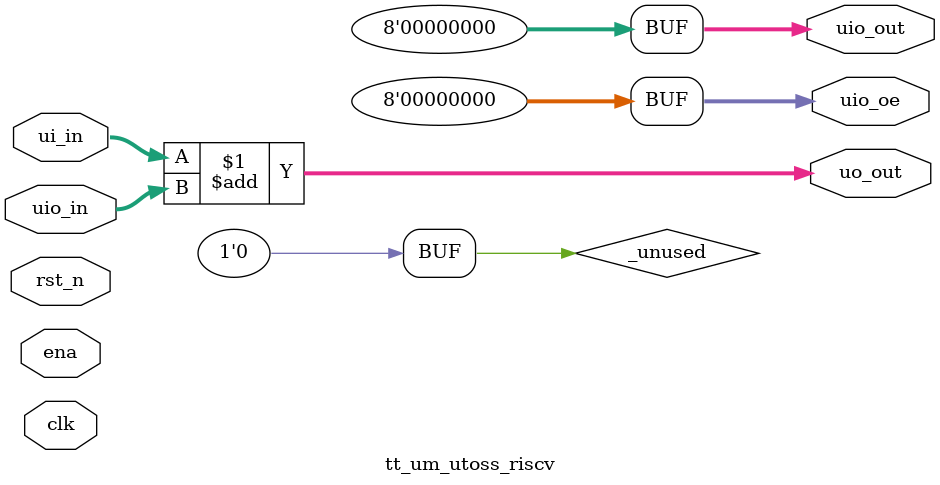
<source format=sv>
/*
 * Copyright (c) 2024 Your Name
 * SPDX-License-Identifier: Apache-2.0
 */

`default_nettype none

module tt_um_utoss_riscv (
    input  wire [7:0] ui_in,    // Dedicated inputs
    output wire [7:0] uo_out,   // Dedicated outputs
    input  wire [7:0] uio_in,   // IOs: Input path
    output wire [7:0] uio_out,  // IOs: Output path
    output wire [7:0] uio_oe,   // IOs: Enable path (active high: 0=input, 1=output)
    input  wire       ena,      // always 1 when the design is powered, so you can ignore it
    input  wire       clk,      // clock
    input  wire       rst_n     // reset_n - low to reset
);

  // All output pins must be assigned. If not used, assign to 0.
  assign uo_out  = ui_in + uio_in;  // Example: ou_out is the sum of ui_in and uio_in
  assign uio_out = 0;
  assign uio_oe  = 0;

  // List all unused inputs to prevent warnings
  wire _unused = &{ena, clk, rst_n, 1'b0};

endmodule

</source>
